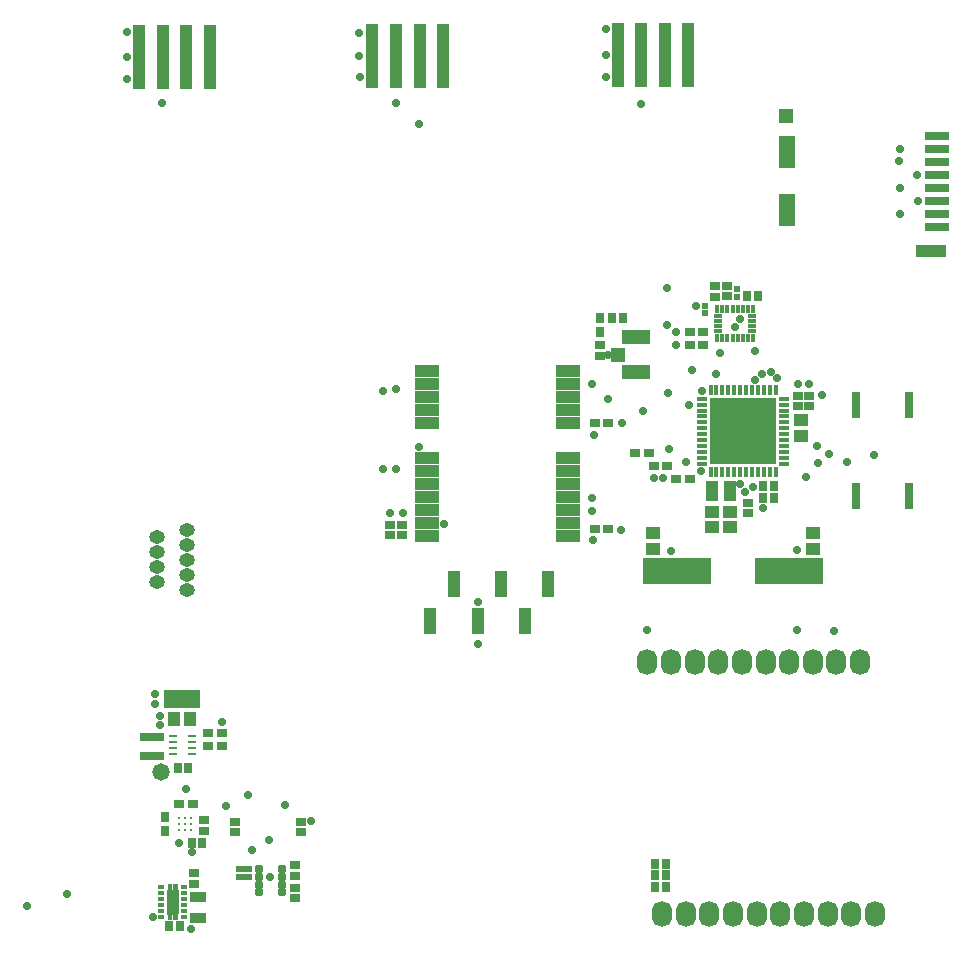
<source format=gbr>
G04*
G04 #@! TF.GenerationSoftware,Altium Limited,Altium Designer,24.4.1 (13)*
G04*
G04 Layer_Color=8388736*
%FSLAX44Y44*%
%MOMM*%
G71*
G04*
G04 #@! TF.SameCoordinates,85F95AA7-1CD2-4A53-B858-D1680FFA15A6*
G04*
G04*
G04 #@! TF.FilePolarity,Negative*
G04*
G01*
G75*
%ADD18R,0.9906X5.5118*%
%ADD19R,0.7620X2.2098*%
%ADD20R,0.3048X0.8128*%
%ADD21R,0.8128X0.3048*%
%ADD34R,1.1938X1.1938*%
%ADD35R,1.3970X2.6924*%
%ADD36R,2.5908X0.9906*%
%ADD37R,2.0066X0.7112*%
%ADD38C,0.2794*%
%ADD43R,0.7112X0.2286*%
%ADD48R,5.6896X5.6896*%
%ADD49R,2.0032X1.0032*%
%ADD50R,0.8032X0.9532*%
%ADD51R,0.6016X0.3516*%
%ADD52R,1.0016X2.1016*%
G04:AMPARAMS|DCode=53|XSize=0.6932mm|YSize=0.6532mm|CornerRadius=0.1579mm|HoleSize=0mm|Usage=FLASHONLY|Rotation=180.000|XOffset=0mm|YOffset=0mm|HoleType=Round|Shape=RoundedRectangle|*
%AMROUNDEDRECTD53*
21,1,0.6932,0.3375,0,0,180.0*
21,1,0.3775,0.6532,0,0,180.0*
1,1,0.3157,-0.1888,0.1688*
1,1,0.3157,0.1888,0.1688*
1,1,0.3157,0.1888,-0.1688*
1,1,0.3157,-0.1888,-0.1688*
%
%ADD53ROUNDEDRECTD53*%
%ADD54R,0.7556X0.4324*%
%ADD55R,0.4324X0.7556*%
%ADD56R,0.8432X0.8032*%
%ADD57R,0.5532X0.6032*%
%ADD58R,0.8032X0.8432*%
%ADD59R,0.9532X0.8032*%
%ADD60R,1.3332X0.9632*%
%ADD61R,1.2032X1.1032*%
%ADD62R,0.6432X0.5532*%
%ADD63R,1.5032X1.6032*%
%ADD64R,1.1032X1.2032*%
%ADD65R,2.0032X0.8032*%
%ADD66R,1.1032X2.2032*%
%ADD67R,2.4032X1.2532*%
%ADD68R,1.2532X1.2032*%
%ADD69R,1.0032X1.7032*%
%ADD70R,5.8032X2.3032*%
%ADD71O,1.7032X2.2032*%
%ADD72O,1.3208X1.1684*%
%ADD73C,0.7032*%
%ADD74C,1.4732*%
G36*
X139775Y47033D02*
X142275D01*
X142374Y47023D01*
X142469Y46994D01*
X142557Y46947D01*
X142634Y46884D01*
X142697Y46807D01*
X142744Y46719D01*
X142773Y46624D01*
X142783Y46525D01*
Y42033D01*
X143025D01*
X143124Y42023D01*
X143219Y41994D01*
X143307Y41947D01*
X143384Y41884D01*
X143447Y41807D01*
X143494Y41719D01*
X143523Y41624D01*
X143533Y41525D01*
Y21525D01*
X143523Y21426D01*
X143494Y21331D01*
X143447Y21243D01*
X143384Y21166D01*
X143307Y21103D01*
X143219Y21056D01*
X143124Y21027D01*
X143025Y21017D01*
X142783D01*
Y16525D01*
X142773Y16426D01*
X142744Y16331D01*
X142697Y16243D01*
X142634Y16166D01*
X142557Y16103D01*
X142469Y16056D01*
X142374Y16027D01*
X142275Y16017D01*
X139775D01*
X139676Y16027D01*
X139581Y16056D01*
X139493Y16103D01*
X139416Y16166D01*
X139353Y16243D01*
X139306Y16331D01*
X139277Y16426D01*
X139267Y16525D01*
Y21017D01*
X137783D01*
Y16525D01*
X137773Y16426D01*
X137744Y16331D01*
X137697Y16243D01*
X137634Y16166D01*
X137557Y16103D01*
X137469Y16056D01*
X137374Y16027D01*
X137275Y16017D01*
X134775D01*
X134676Y16027D01*
X134581Y16056D01*
X134493Y16103D01*
X134416Y16166D01*
X134353Y16243D01*
X134306Y16331D01*
X134277Y16426D01*
X134267Y16525D01*
Y21017D01*
X134025D01*
X133926Y21027D01*
X133831Y21056D01*
X133743Y21103D01*
X133666Y21166D01*
X133603Y21243D01*
X133556Y21331D01*
X133527Y21426D01*
X133517Y21525D01*
Y41525D01*
X133527Y41624D01*
X133556Y41719D01*
X133603Y41807D01*
X133666Y41884D01*
X133743Y41947D01*
X133831Y41994D01*
X133926Y42023D01*
X134025Y42033D01*
X134267D01*
Y46525D01*
X134277Y46624D01*
X134306Y46719D01*
X134353Y46807D01*
X134416Y46884D01*
X134493Y46947D01*
X134581Y46994D01*
X134676Y47023D01*
X134775Y47033D01*
X137275D01*
X137374Y47023D01*
X137469Y46994D01*
X137557Y46947D01*
X137634Y46884D01*
X137697Y46807D01*
X137744Y46719D01*
X137773Y46624D01*
X137783Y46525D01*
Y42033D01*
X139267D01*
Y46525D01*
X139277Y46624D01*
X139306Y46719D01*
X139353Y46807D01*
X139416Y46884D01*
X139493Y46947D01*
X139581Y46994D01*
X139676Y47023D01*
X139775Y47033D01*
D02*
G37*
D18*
X110250Y747500D02*
D03*
X130250D02*
D03*
X150250D02*
D03*
X170250D02*
D03*
X515250Y748698D02*
D03*
X535250D02*
D03*
X555250D02*
D03*
X575250D02*
D03*
X367750Y748250D02*
D03*
X347750D02*
D03*
X327750D02*
D03*
X307750D02*
D03*
D19*
X762000Y375269D02*
D03*
X717000D02*
D03*
Y452231D02*
D03*
X762000D02*
D03*
D20*
X594000Y395706D02*
D03*
X599000D02*
D03*
X604000D02*
D03*
X609000D02*
D03*
X614000D02*
D03*
X619000D02*
D03*
X624000D02*
D03*
X629000D02*
D03*
X634000D02*
D03*
X639000D02*
D03*
X644000D02*
D03*
X649000D02*
D03*
Y464794D02*
D03*
X644000D02*
D03*
X639000D02*
D03*
X634000D02*
D03*
X629000D02*
D03*
X624000D02*
D03*
X619000D02*
D03*
X614000D02*
D03*
X609000D02*
D03*
X604000D02*
D03*
X599000D02*
D03*
X594000D02*
D03*
D21*
X656044Y402750D02*
D03*
Y407750D02*
D03*
Y412750D02*
D03*
Y417750D02*
D03*
Y422750D02*
D03*
Y427750D02*
D03*
Y432750D02*
D03*
Y437750D02*
D03*
Y442750D02*
D03*
Y447750D02*
D03*
Y452750D02*
D03*
Y457750D02*
D03*
X586956D02*
D03*
Y452750D02*
D03*
Y447750D02*
D03*
Y442750D02*
D03*
Y437750D02*
D03*
Y432750D02*
D03*
Y427750D02*
D03*
Y422750D02*
D03*
Y417750D02*
D03*
Y412750D02*
D03*
Y407750D02*
D03*
Y402750D02*
D03*
D34*
X658015Y697000D02*
D03*
D35*
X659015Y617500D02*
D03*
Y666500D02*
D03*
D36*
X781015Y582500D02*
D03*
D37*
X786015Y603500D02*
D03*
Y614500D02*
D03*
Y625500D02*
D03*
Y636500D02*
D03*
Y647500D02*
D03*
Y658500D02*
D03*
Y669500D02*
D03*
Y680500D02*
D03*
D38*
X144249Y103001D02*
D03*
X149250D02*
D03*
X154251D02*
D03*
X144249Y98000D02*
D03*
X149250D02*
D03*
X154251D02*
D03*
X144249Y92999D02*
D03*
X149250D02*
D03*
X154251D02*
D03*
D43*
X139249Y172250D02*
D03*
Y167250D02*
D03*
Y162250D02*
D03*
Y157250D02*
D03*
X155251D02*
D03*
Y162250D02*
D03*
Y167250D02*
D03*
Y172250D02*
D03*
D48*
X621500Y430250D02*
D03*
D49*
X473500Y341250D02*
D03*
Y352250D02*
D03*
Y363250D02*
D03*
Y374250D02*
D03*
Y385250D02*
D03*
Y396250D02*
D03*
Y407250D02*
D03*
Y437250D02*
D03*
Y448250D02*
D03*
Y459250D02*
D03*
Y470250D02*
D03*
Y481250D02*
D03*
X353500Y341250D02*
D03*
Y352250D02*
D03*
Y363250D02*
D03*
Y374250D02*
D03*
Y385250D02*
D03*
Y396250D02*
D03*
Y407250D02*
D03*
Y437250D02*
D03*
Y448250D02*
D03*
Y459250D02*
D03*
Y470250D02*
D03*
Y481250D02*
D03*
D50*
X500000Y526000D02*
D03*
Y514500D02*
D03*
X131750Y92000D02*
D03*
Y103500D02*
D03*
D51*
X148025Y19025D02*
D03*
Y24025D02*
D03*
Y29025D02*
D03*
Y34025D02*
D03*
Y39025D02*
D03*
Y44025D02*
D03*
X129025D02*
D03*
Y39025D02*
D03*
Y34025D02*
D03*
Y29025D02*
D03*
Y24025D02*
D03*
Y19025D02*
D03*
D52*
X138525Y31525D02*
D03*
D53*
X231100Y59250D02*
D03*
Y39750D02*
D03*
Y46250D02*
D03*
Y52750D02*
D03*
X211700Y59250D02*
D03*
Y39750D02*
D03*
Y46250D02*
D03*
Y52750D02*
D03*
D54*
X600250Y527950D02*
D03*
Y523650D02*
D03*
Y519350D02*
D03*
Y515050D02*
D03*
X629250D02*
D03*
Y519350D02*
D03*
Y523650D02*
D03*
Y527950D02*
D03*
D55*
X599700Y509500D02*
D03*
X604000D02*
D03*
X608300D02*
D03*
X612600D02*
D03*
X616900D02*
D03*
X621200D02*
D03*
X625500D02*
D03*
X629800D02*
D03*
Y533500D02*
D03*
X625500D02*
D03*
X621200D02*
D03*
X616900D02*
D03*
X612600D02*
D03*
X608300D02*
D03*
X604000D02*
D03*
X599700D02*
D03*
D56*
X608000Y544600D02*
D03*
Y553400D02*
D03*
X598000Y544100D02*
D03*
Y552900D02*
D03*
X156350Y47250D02*
D03*
Y56050D02*
D03*
X677750Y451250D02*
D03*
Y460050D02*
D03*
X241750Y43900D02*
D03*
Y35100D02*
D03*
Y62900D02*
D03*
Y54100D02*
D03*
X191716Y99400D02*
D03*
Y90600D02*
D03*
X246966Y90750D02*
D03*
Y99550D02*
D03*
X165250Y100900D02*
D03*
Y92100D02*
D03*
X625500Y369900D02*
D03*
Y361100D02*
D03*
X333000Y342350D02*
D03*
Y351150D02*
D03*
X500000Y494350D02*
D03*
Y503150D02*
D03*
X322750Y351150D02*
D03*
Y342350D02*
D03*
X667750Y460050D02*
D03*
Y451250D02*
D03*
D57*
X589250Y536250D02*
D03*
Y530050D02*
D03*
X616500Y550350D02*
D03*
Y544150D02*
D03*
D58*
X625100Y544750D02*
D03*
X633900D02*
D03*
X144400Y11000D02*
D03*
X135600D02*
D03*
X556000Y64250D02*
D03*
X547200D02*
D03*
X556000Y54250D02*
D03*
X547200D02*
D03*
Y44250D02*
D03*
X556000D02*
D03*
X638500Y374000D02*
D03*
X647300D02*
D03*
X519650Y525750D02*
D03*
X510850D02*
D03*
X142950Y145500D02*
D03*
X151750D02*
D03*
X154850Y82000D02*
D03*
X163650D02*
D03*
X638500Y384000D02*
D03*
X647300D02*
D03*
D59*
X588000Y503500D02*
D03*
X576500D02*
D03*
X587750Y514500D02*
D03*
X576250D02*
D03*
X557250Y401000D02*
D03*
X545750D02*
D03*
X565000Y390000D02*
D03*
X576500D02*
D03*
X541750Y412000D02*
D03*
X530250D02*
D03*
X168500Y174750D02*
D03*
X180000D02*
D03*
Y163750D02*
D03*
X168500D02*
D03*
X144250Y114750D02*
D03*
X155750D02*
D03*
X507250Y347250D02*
D03*
X495750D02*
D03*
X507250Y437250D02*
D03*
X495750D02*
D03*
D60*
X159750Y36000D02*
D03*
Y18500D02*
D03*
D61*
X610500Y362250D02*
D03*
Y348750D02*
D03*
X680500Y343750D02*
D03*
Y330250D02*
D03*
X595500Y348750D02*
D03*
Y362250D02*
D03*
X545000Y344000D02*
D03*
Y330500D02*
D03*
X670250Y426000D02*
D03*
Y439500D02*
D03*
D62*
X202000Y52500D02*
D03*
X195500D02*
D03*
X202000Y59500D02*
D03*
X195500D02*
D03*
D63*
X154500Y203500D02*
D03*
X138500D02*
D03*
D64*
X153500Y186500D02*
D03*
X140000D02*
D03*
D65*
X120750Y155500D02*
D03*
Y171500D02*
D03*
D66*
X456750Y301250D02*
D03*
X436750Y269250D02*
D03*
X416750Y301250D02*
D03*
X396750Y269250D02*
D03*
X376750Y301250D02*
D03*
X356750Y269250D02*
D03*
D67*
X531000Y480250D02*
D03*
Y509750D02*
D03*
D68*
X515750Y495000D02*
D03*
D69*
X595250Y379750D02*
D03*
X610250D02*
D03*
D70*
X660250Y311750D02*
D03*
X565250D02*
D03*
D71*
X720500Y235000D02*
D03*
X680500D02*
D03*
X660500D02*
D03*
X640500D02*
D03*
X580500D02*
D03*
X560500D02*
D03*
X540500D02*
D03*
X600500D02*
D03*
X620500D02*
D03*
X700500D02*
D03*
X733000Y21500D02*
D03*
X693000D02*
D03*
X673000D02*
D03*
X653000D02*
D03*
X593000D02*
D03*
X573000D02*
D03*
X553000D02*
D03*
X613000D02*
D03*
X633000D02*
D03*
X713000D02*
D03*
D72*
X150650Y295900D02*
D03*
Y308600D02*
D03*
Y321300D02*
D03*
Y334000D02*
D03*
Y346700D02*
D03*
X125250Y302250D02*
D03*
Y314950D02*
D03*
Y327650D02*
D03*
Y340350D02*
D03*
D73*
X165250Y100900D02*
D03*
X155750Y114750D02*
D03*
X153750Y8750D02*
D03*
X256000Y100000D02*
D03*
X144250Y82000D02*
D03*
X154850Y73850D02*
D03*
X15500Y28000D02*
D03*
X49500Y38500D02*
D03*
X640000Y412000D02*
D03*
X605500Y414500D02*
D03*
X638750Y447000D02*
D03*
X604250Y445750D02*
D03*
X621500Y430250D02*
D03*
X638500Y365000D02*
D03*
X586250Y396500D02*
D03*
X619250Y525500D02*
D03*
X614500Y518250D02*
D03*
X602000Y496250D02*
D03*
X581250Y536500D02*
D03*
X564750Y503250D02*
D03*
X564500Y514000D02*
D03*
X553750Y390250D02*
D03*
X545750Y390500D02*
D03*
X518250Y346750D02*
D03*
X519000Y437250D02*
D03*
X494000Y373500D02*
D03*
Y362500D02*
D03*
X494250Y338250D02*
D03*
X637388Y478362D02*
D03*
X587000Y464500D02*
D03*
X599000Y479000D02*
D03*
X631250Y498250D02*
D03*
X557750Y462750D02*
D03*
X537000Y447750D02*
D03*
X495000Y427000D02*
D03*
X578000Y482000D02*
D03*
X573000Y404250D02*
D03*
X650500Y475500D02*
D03*
X644750Y480250D02*
D03*
X631500Y474000D02*
D03*
X667000Y329750D02*
D03*
X560750Y328500D02*
D03*
X619000Y385750D02*
D03*
X623500Y378750D02*
D03*
X507500Y457750D02*
D03*
X629750Y382750D02*
D03*
X368000Y352000D02*
D03*
X322250Y361000D02*
D03*
X334000Y360750D02*
D03*
X100000Y747500D02*
D03*
X99500Y728500D02*
D03*
X99750Y768000D02*
D03*
X505500Y730250D02*
D03*
Y748750D02*
D03*
Y770750D02*
D03*
X296750Y748250D02*
D03*
X297000Y730500D02*
D03*
X296750Y767250D02*
D03*
X557000Y520500D02*
D03*
X709500Y404000D02*
D03*
X732000Y410250D02*
D03*
X685000Y403750D02*
D03*
X684500Y418000D02*
D03*
X666750Y261750D02*
D03*
X674500Y391500D02*
D03*
X540250Y261750D02*
D03*
X694000Y411000D02*
D03*
X698750Y261250D02*
D03*
X688250Y461000D02*
D03*
X754500Y614250D02*
D03*
X754000Y636500D02*
D03*
X769750Y625500D02*
D03*
X677750Y470250D02*
D03*
X753500Y658750D02*
D03*
X575750Y452500D02*
D03*
X506750Y494500D02*
D03*
X493250Y470250D02*
D03*
X346750Y417250D02*
D03*
X754370Y669250D02*
D03*
X717000Y375269D02*
D03*
X202750Y122500D02*
D03*
X328000Y398250D02*
D03*
X327500Y466000D02*
D03*
X316750Y464000D02*
D03*
X233750Y114000D02*
D03*
X121500Y18750D02*
D03*
X557000Y551750D02*
D03*
X180000Y184250D02*
D03*
X127750Y181750D02*
D03*
X128000Y189500D02*
D03*
X123750Y199500D02*
D03*
Y207750D02*
D03*
X221000Y52750D02*
D03*
X219750Y84000D02*
D03*
X184000Y113250D02*
D03*
X205500Y76000D02*
D03*
X149750Y127500D02*
D03*
X316750Y398250D02*
D03*
X769000Y647150D02*
D03*
X397250Y286000D02*
D03*
X397500Y250500D02*
D03*
X667750Y470250D02*
D03*
X558500Y415500D02*
D03*
X346750Y690250D02*
D03*
X535250Y707500D02*
D03*
X129500Y708250D02*
D03*
X327498Y708082D02*
D03*
D74*
X128750Y142000D02*
D03*
M02*

</source>
